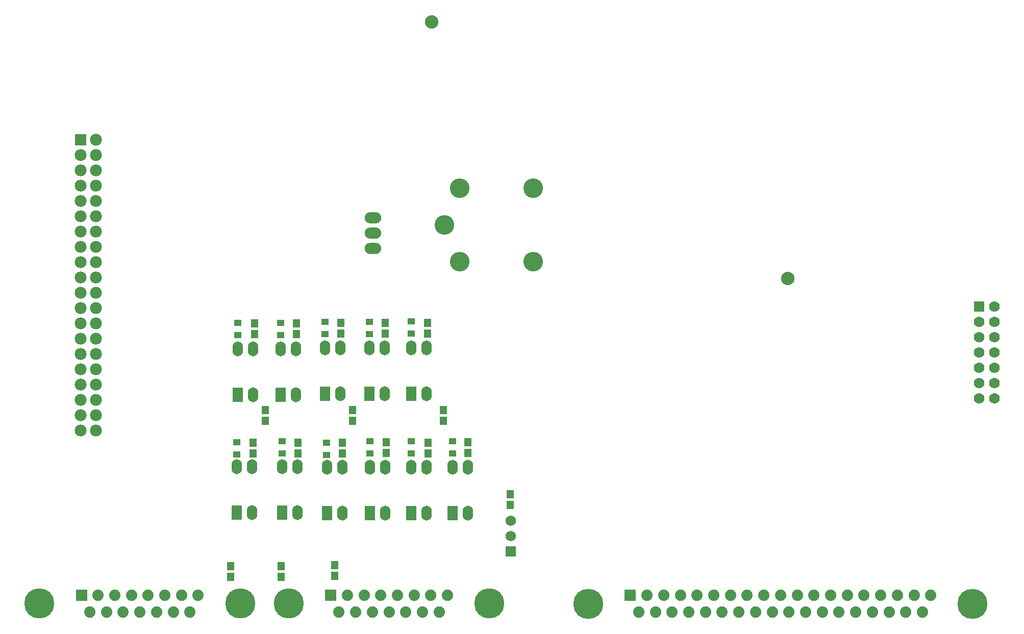
<source format=gbs>
G04*
G04 #@! TF.GenerationSoftware,Altium Limited,Altium Designer,20.0.13 (296)*
G04*
G04 Layer_Color=16711935*
%FSTAX24Y24*%
%MOIN*%
G70*
G01*
G75*
%ADD43R,0.0513X0.0552*%
%ADD45R,0.0513X0.0395*%
%ADD63C,0.1970*%
%ADD64C,0.0745*%
%ADD65R,0.0745X0.0745*%
%ADD66C,0.1280*%
%ADD67O,0.0680X0.0980*%
%ADD68R,0.0680X0.0980*%
%ADD69C,0.0700*%
%ADD70R,0.0700X0.0700*%
%ADD71C,0.0780*%
%ADD72R,0.0780X0.0780*%
%ADD73C,0.0880*%
%ADD74R,0.0680X0.0680*%
%ADD75C,0.0680*%
%ADD76O,0.1080X0.0740*%
D43*
X0331Y0312D02*
D03*
Y0305D02*
D03*
X02855Y04065D02*
D03*
Y04135D02*
D03*
X034275Y04065D02*
D03*
Y04135D02*
D03*
X0402Y04065D02*
D03*
Y04135D02*
D03*
X0296Y03115D02*
D03*
Y03045D02*
D03*
X0263Y03115D02*
D03*
Y03045D02*
D03*
X04455Y03515D02*
D03*
Y03585D02*
D03*
X0364Y04635D02*
D03*
Y04705D02*
D03*
X03645Y03855D02*
D03*
Y03925D02*
D03*
X0335Y04635D02*
D03*
Y04705D02*
D03*
X0336Y0385D02*
D03*
Y0392D02*
D03*
X0306Y0463D02*
D03*
Y047D02*
D03*
X0307Y0385D02*
D03*
Y0392D02*
D03*
X02785Y0463D02*
D03*
Y047D02*
D03*
X0418Y03855D02*
D03*
Y03925D02*
D03*
X03915Y04635D02*
D03*
Y04705D02*
D03*
X0392Y0385D02*
D03*
Y0392D02*
D03*
X02775Y0385D02*
D03*
Y0392D02*
D03*
D45*
X02675Y04625D02*
D03*
Y04705D02*
D03*
X02955Y04625D02*
D03*
Y04705D02*
D03*
X03245Y0463D02*
D03*
Y0471D02*
D03*
X03535Y0463D02*
D03*
Y0471D02*
D03*
X0381Y04635D02*
D03*
Y04715D02*
D03*
X0408Y0385D02*
D03*
Y0393D02*
D03*
X0381Y0385D02*
D03*
Y0393D02*
D03*
X0354Y0385D02*
D03*
Y0393D02*
D03*
X03255Y0384D02*
D03*
Y0392D02*
D03*
X02965Y0385D02*
D03*
Y0393D02*
D03*
X0267Y03845D02*
D03*
Y03925D02*
D03*
D63*
X030091Y02869D02*
D03*
X043209D02*
D03*
X013808D02*
D03*
X026926D02*
D03*
X074747Y028673D02*
D03*
X049668Y02868D02*
D03*
D64*
X033378Y028131D02*
D03*
X033924Y029249D02*
D03*
X034469Y028131D02*
D03*
X035014Y029249D02*
D03*
X035559Y028131D02*
D03*
X036105Y029249D02*
D03*
X03665Y028131D02*
D03*
X037195Y029249D02*
D03*
X037741Y028131D02*
D03*
X038286Y029249D02*
D03*
X038831Y028131D02*
D03*
X039376Y029249D02*
D03*
X039922Y028131D02*
D03*
X040462Y029251D02*
D03*
X017095Y028131D02*
D03*
X017641Y029249D02*
D03*
X018186Y028131D02*
D03*
X018731Y029249D02*
D03*
X019276Y028131D02*
D03*
X019822Y029249D02*
D03*
X020367Y028131D02*
D03*
X020912Y029249D02*
D03*
X021457Y028131D02*
D03*
X022003Y029249D02*
D03*
X022548Y028131D02*
D03*
X023093Y029249D02*
D03*
X023639Y028131D02*
D03*
X024179Y029251D02*
D03*
X072041Y029242D02*
D03*
X071496Y028124D02*
D03*
X070951Y029242D02*
D03*
X070406Y028124D02*
D03*
X068224D02*
D03*
X06877Y029242D02*
D03*
X069315Y028124D02*
D03*
X06986Y029242D02*
D03*
X066043Y028124D02*
D03*
X066589Y029242D02*
D03*
X067134Y028124D02*
D03*
X067679Y029242D02*
D03*
X061681Y028124D02*
D03*
X062226Y029242D02*
D03*
X062772Y028124D02*
D03*
X065498Y029242D02*
D03*
X060591Y028124D02*
D03*
X061136Y029242D02*
D03*
X063862Y028124D02*
D03*
X064407Y029242D02*
D03*
X064953Y028124D02*
D03*
X063316Y029242D02*
D03*
X060045D02*
D03*
X0595Y028124D02*
D03*
X058955Y029242D02*
D03*
X058409Y028124D02*
D03*
X057864Y029242D02*
D03*
X057319Y028124D02*
D03*
X056774Y029242D02*
D03*
X056228Y028124D02*
D03*
X055683Y029242D02*
D03*
X055138Y028124D02*
D03*
X054593Y029242D02*
D03*
X054047Y028124D02*
D03*
X053502Y029242D02*
D03*
X052957Y028124D02*
D03*
D65*
X032833Y029249D02*
D03*
X01655D02*
D03*
X052411Y029242D02*
D03*
D66*
X04125Y05105D02*
D03*
X04605Y05585D02*
D03*
X04025Y05345D02*
D03*
X04605Y05105D02*
D03*
X04125Y05585D02*
D03*
D67*
X0408Y0376D02*
D03*
X0418D02*
D03*
Y0346D02*
D03*
X0381Y0454D02*
D03*
X0391D02*
D03*
Y0424D02*
D03*
X0381Y0376D02*
D03*
X0391D02*
D03*
Y0346D02*
D03*
X03535Y0454D02*
D03*
X03635D02*
D03*
Y0424D02*
D03*
X0354Y0376D02*
D03*
X0364D02*
D03*
Y0346D02*
D03*
X03245Y0454D02*
D03*
X03345D02*
D03*
Y0424D02*
D03*
X0326Y0376D02*
D03*
X0336D02*
D03*
Y0346D02*
D03*
X02955Y04535D02*
D03*
X03055D02*
D03*
Y04235D02*
D03*
X02965Y03765D02*
D03*
X03065D02*
D03*
Y03465D02*
D03*
X02675Y04535D02*
D03*
X02775D02*
D03*
Y04235D02*
D03*
X0267Y03765D02*
D03*
X0277D02*
D03*
Y03465D02*
D03*
D68*
X0408Y0346D02*
D03*
X0381Y0424D02*
D03*
Y0346D02*
D03*
X03535Y0424D02*
D03*
X0354Y0346D02*
D03*
X03245Y0424D02*
D03*
X0326Y0346D02*
D03*
X02955Y04235D02*
D03*
X02965Y03465D02*
D03*
X02675Y04235D02*
D03*
X0267Y03465D02*
D03*
D69*
X0762Y0481D02*
D03*
Y0461D02*
D03*
Y0451D02*
D03*
X0752D02*
D03*
X0762Y0441D02*
D03*
X0752D02*
D03*
X0762Y0431D02*
D03*
X0752D02*
D03*
X0762Y0421D02*
D03*
X0752D02*
D03*
X0762Y0471D02*
D03*
X0752Y0461D02*
D03*
Y0471D02*
D03*
D70*
Y0481D02*
D03*
D71*
X0175Y056D02*
D03*
X0175Y059D02*
D03*
X0165Y055D02*
D03*
X0175Y055D02*
D03*
X0165Y056D02*
D03*
X0165Y057D02*
D03*
X0165Y058D02*
D03*
X0175Y058D02*
D03*
X0175Y057D02*
D03*
X0175Y054D02*
D03*
X0165Y053D02*
D03*
X0175D02*
D03*
X0165Y052D02*
D03*
X0175D02*
D03*
X0165Y051D02*
D03*
X0175D02*
D03*
X0165Y05D02*
D03*
X0175D02*
D03*
X0165Y049D02*
D03*
X0175D02*
D03*
X0165Y048D02*
D03*
X0175D02*
D03*
X0165Y047D02*
D03*
X0175D02*
D03*
X0165Y054D02*
D03*
Y046D02*
D03*
X0175D02*
D03*
X0165Y045D02*
D03*
X0175D02*
D03*
X0165Y044D02*
D03*
X0175D02*
D03*
X0165Y043D02*
D03*
X0175D02*
D03*
X0165Y042D02*
D03*
X0175D02*
D03*
X0165Y041D02*
D03*
X0175D02*
D03*
X0165Y04D02*
D03*
X0175D02*
D03*
D72*
X0165Y059D02*
D03*
D73*
X039433Y06671D02*
D03*
X062694Y049938D02*
D03*
D74*
X0446Y0321D02*
D03*
D75*
Y0331D02*
D03*
Y0341D02*
D03*
D76*
X0356Y0519D02*
D03*
Y0529D02*
D03*
Y0539D02*
D03*
M02*

</source>
